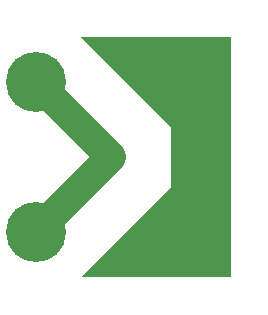
<source format=gbl>
G75*
G70*
%OFA0B0*%
%FSLAX24Y24*%
%IPPOS*%
%LPD*%
%ADD10C,0.1*%
%ADD11C,0.2*%
D10*
X002500Y002500D02*
X005000Y005000D01*
X002500Y007500D01*
D11*
X002500Y002500D03*
X002500Y007500D03*
G36*
X009000Y001000D02*
X009000Y009000D01*
X004000Y009000D01*
X007000Y006000D01*
X007000Y004000D01*
X004000Y001000D01*
X009000Y001000D01*
G37*
M02*

</source>
